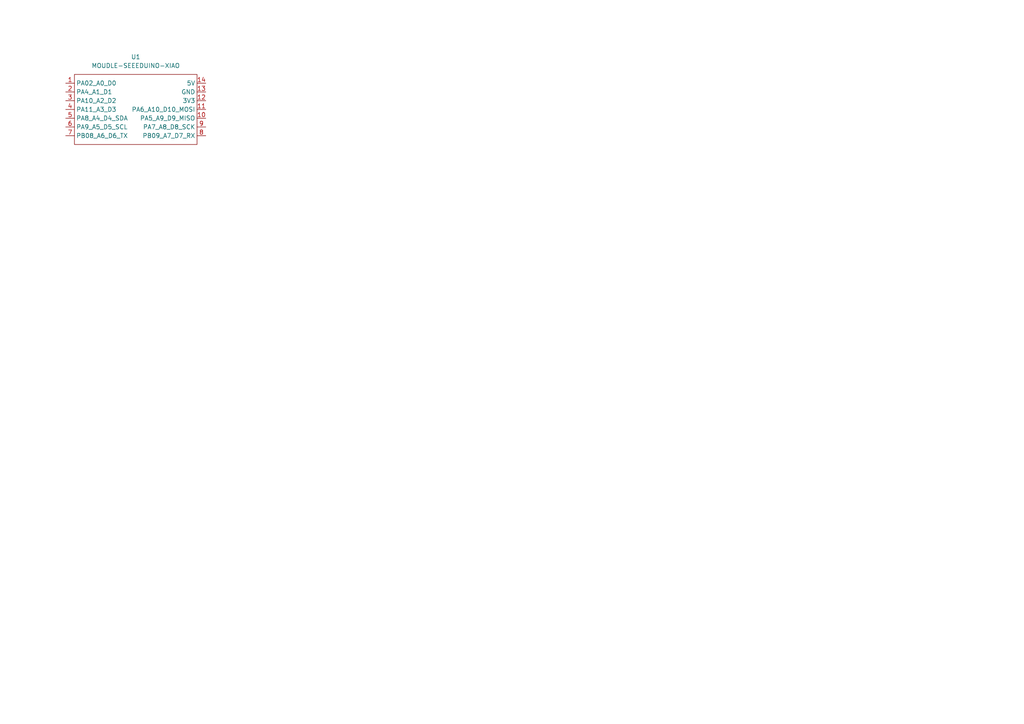
<source format=kicad_sch>
(kicad_sch (version 20231120) (generator "eeschema") (generator_version "8.0")
  (paper "A4")
  (lib_symbols
    (symbol "Seeeduino_XIAO_RP2040:MOUDLE-SEEEDUINO-XIAO"
      (property "Reference" "U" (at -16.51 11.43 0))
      (property "Value" "MOUDLE-SEEEDUINO-XIAO" (at -3.81 -11.43 0))
      (symbol "MOUDLE-SEEEDUINO-XIAO_0_1"
        (rectangle (start -16.51 10.16) (end 19.05 -10.16))
      )
      (symbol "MOUDLE-SEEEDUINO-XIAO_1_1"
        (pin passive line (at -19.05 7.62 0) (length 2.54) (name "PA02_A0_D0") (number "1"))
        (pin passive line (at 21.59 -2.54 180) (length 2.54) (name "PA5_A9_D9_MISO") (number "10"))
        (pin passive line (at 21.59 0 180) (length 2.54) (name "PA6_A10_D10_MOSI") (number "11"))
        (pin passive line (at 21.59 2.54 180) (length 2.54) (name "3V3") (number "12"))
        (pin passive line (at 21.59 5.08 180) (length 2.54) (name "GND") (number "13"))
        (pin passive line (at 21.59 7.62 180) (length 2.54) (name "5V") (number "14"))
        (pin passive line (at -19.05 5.08 0) (length 2.54) (name "PA4_A1_D1") (number "2"))
        (pin passive line (at -19.05 2.54 0) (length 2.54) (name "PA10_A2_D2") (number "3"))
        (pin passive line (at -19.05 0 0) (length 2.54) (name "PA11_A3_D3") (number "4"))
        (pin passive line (at -19.05 -2.54 0) (length 2.54) (name "PA8_A4_D4_SDA") (number "5"))
        (pin passive line (at -19.05 -5.08 0) (length 2.54) (name "PA9_A5_D5_SCL") (number "6"))
        (pin passive line (at -19.05 -7.62 0) (length 2.54) (name "PB08_A6_D6_TX") (number "7"))
        (pin passive line (at 21.59 -7.62 180) (length 2.54) (name "PB09_A7_D7_RX") (number "8"))
        (pin passive line (at 21.59 -5.08 180) (length 2.54) (name "PA7_A8_D8_SCK") (number "9"))
      )
    )
  )
  (symbol (lib_id "Seeeduino_XIAO_RP2040:MOUDLE-SEEEDUINO-XIAO") (at 38.1 31.75 0) (unit 1)
    (property "Reference" "U1" (at 39.37 16.51 0))
    (property "Value" "MOUDLE-SEEEDUINO-XIAO" (at 39.37 19.05 0))
  )
)
</source>
